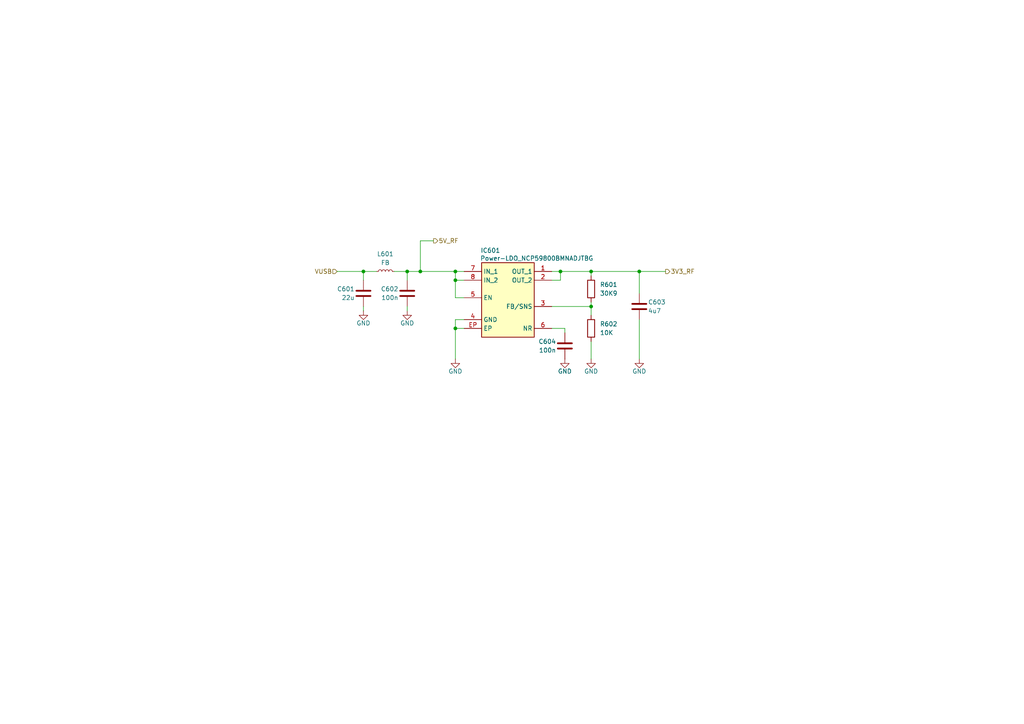
<source format=kicad_sch>
(kicad_sch (version 20231120) (generator "eeschema") (generator_version "8.0")
  (paper "A4")
  (title_block (title "RFE") (date "2024-06-01") (rev "A1") (company "LibreCellular Project - https://librecellular.org/") (comment 1 "Drawn: OK") (comment 2 "Checked: x"))
  (lib_symbols
    (symbol "Device:C" (pin_numbers hide) (pin_names (offset 0.254))
      (property "Reference" "C" (at 0.635 2.54 0))
      (property "Value" "C" (at 0.635 -2.54 0))
      (symbol "C_0_1"
        (polyline (pts (xy -2.032 -0.762) (xy 2.032 -0.762)) (stroke (width 0.508)))
        (polyline (pts (xy -2.032 0.762) (xy 2.032 0.762)) (stroke (width 0.508)))
      )
      (symbol "C_1_1"
        (pin passive line (at 0 3.81 270) (length 2.794) (name "~") (number "1"))
        (pin passive line (at 0 -3.81 90) (length 2.794) (name "~") (number "2"))
      )
    )
    (symbol "Device:L_Small" (pin_numbers hide) (pin_names (offset 0.254) hide)
      (property "Reference" "L" (at 0.762 1.016 0))
      (property "Value" "L_Small" (at 0.762 -1.016 0))
      (symbol "L_Small_0_1"
        (arc (start 0 -2.032) (mid 0.5058 -1.524) (end 0 -1.016))
        (arc (start 0 -1.016) (mid 0.5058 -0.508) (end 0 0))
        (arc (start 0 0) (mid 0.5058 0.508) (end 0 1.016))
        (arc (start 0 1.016) (mid 0.5058 1.524) (end 0 2.032))
      )
      (symbol "L_Small_1_1"
        (pin passive line (at 0 2.54 270) (length 0.508) (name "~") (number "1"))
        (pin passive line (at 0 -2.54 90) (length 0.508) (name "~") (number "2"))
      )
    )
    (symbol "Device:R" (pin_numbers hide) (pin_names (offset 0))
      (property "Reference" "R" (at 2.032 0 90))
      (property "Value" "R" (at 0 0 90))
      (symbol "R_0_1"
        (rectangle (start -1.016 -2.54) (end 1.016 2.54) (stroke (width 0.254)))
      )
      (symbol "R_1_1"
        (pin passive line (at 0 3.81 270) (length 1.27) (name "~") (number "1"))
        (pin passive line (at 0 -3.81 90) (length 1.27) (name "~") (number "2"))
      )
    )
    (symbol "LC_RFE:Power-LDO_NCP59800BMNADJTBG"
      (property "Reference" "IC" (at -7.874 13.208 0))
      (property "Value" "Power-LDO_NCP59800BMNADJTBG" (at 0 -10.922 0))
      (symbol "Power-LDO_NCP59800BMNADJTBG_1_1"
        (rectangle (start -7.62 11.43) (end 7.62 -10.16) (stroke (width 0.254)) (fill (type background)))
        (pin passive line (at 12.7 8.89 180) (length 5.08) (name "OUT_1") (number "1"))
        (pin passive line (at 12.7 6.35 180) (length 5.08) (name "OUT_2") (number "2"))
        (pin passive line (at 12.7 -1.27 180) (length 5.08) (name "FB/SNS") (number "3"))
        (pin passive line (at -12.7 -5.08 0) (length 5.08) (name "GND") (number "4"))
        (pin passive line (at -12.7 1.27 0) (length 5.08) (name "EN") (number "5"))
        (pin passive line (at 12.7 -7.62 180) (length 5.08) (name "NR") (number "6"))
        (pin passive line (at -12.7 8.89 0) (length 5.08) (name "IN_1") (number "7"))
        (pin passive line (at -12.7 6.35 0) (length 5.08) (name "IN_2") (number "8"))
        (pin passive line (at -12.7 -7.62 0) (length 5.08) (name "EP") (number "EP"))
      )
    )
    (symbol "power:GND" (power) (pin_numbers hide) (pin_names (offset 0) hide)
      (property "Value" "GND" (at 0 -3.81 0))
      (symbol "GND_0_1"
        (polyline (pts (xy 0 0) (xy 0 -1.27) (xy 1.27 -1.27) (xy 0 -2.54) (xy -1.27 -1.27) (xy 0 -1.27)))
      )
      (symbol "GND_1_1"
        (pin power_in line (at 0 0 270) (length 0) (name "~") (number "1"))
      )
    )
  )
  (junction (at 171.45 88.9))
  (junction (at 171.45 78.74))
  (junction (at 132.08 95.25))
  (junction (at 105.41 78.74))
  (junction (at 132.08 78.74))
  (junction (at 162.56 78.74))
  (junction (at 118.11 78.74))
  (junction (at 121.92 78.74))
  (junction (at 185.42 78.74))
  (junction (at 132.08 81.28))
  (wire (pts (xy 185.42 104.14) (xy 185.42 92.71)))
  (wire (pts (xy 160.02 88.9) (xy 171.45 88.9)))
  (wire (pts (xy 97.79 78.74) (xy 105.41 78.74)))
  (wire (pts (xy 121.92 69.85) (xy 121.92 78.74)))
  (wire (pts (xy 134.62 86.36) (xy 132.08 86.36)))
  (wire (pts (xy 171.45 88.9) (xy 171.45 87.63)))
  (wire (pts (xy 171.45 91.44) (xy 171.45 88.9)))
  (wire (pts (xy 114.3 78.74) (xy 118.11 78.74)))
  (wire (pts (xy 118.11 78.74) (xy 118.11 81.28)))
  (wire (pts (xy 132.08 95.25) (xy 134.62 95.25)))
  (wire (pts (xy 185.42 78.74) (xy 185.42 85.09)))
  (wire (pts (xy 105.41 78.74) (xy 105.41 81.28)))
  (wire (pts (xy 162.56 78.74) (xy 162.56 81.28)))
  (wire (pts (xy 163.83 95.25) (xy 163.83 96.52)))
  (wire (pts (xy 171.45 104.14) (xy 171.45 99.06)))
  (wire (pts (xy 105.41 90.17) (xy 105.41 88.9)))
  (wire (pts (xy 125.73 69.85) (xy 121.92 69.85)))
  (wire (pts (xy 132.08 92.71) (xy 132.08 95.25)))
  (wire (pts (xy 171.45 78.74) (xy 171.45 80.01)))
  (wire (pts (xy 160.02 78.74) (xy 162.56 78.74)))
  (wire (pts (xy 121.92 78.74) (xy 118.11 78.74)))
  (wire (pts (xy 162.56 78.74) (xy 171.45 78.74)))
  (wire (pts (xy 132.08 86.36) (xy 132.08 81.28)))
  (wire (pts (xy 171.45 78.74) (xy 185.42 78.74)))
  (wire (pts (xy 121.92 78.74) (xy 132.08 78.74)))
  (wire (pts (xy 132.08 78.74) (xy 134.62 78.74)))
  (wire (pts (xy 132.08 95.25) (xy 132.08 104.14)))
  (wire (pts (xy 134.62 81.28) (xy 132.08 81.28)))
  (wire (pts (xy 134.62 92.71) (xy 132.08 92.71)))
  (wire (pts (xy 132.08 81.28) (xy 132.08 78.74)))
  (wire (pts (xy 105.41 78.74) (xy 109.22 78.74)))
  (wire (pts (xy 185.42 78.74) (xy 193.04 78.74)))
  (wire (pts (xy 118.11 90.17) (xy 118.11 88.9)))
  (wire (pts (xy 160.02 81.28) (xy 162.56 81.28)))
  (wire (pts (xy 160.02 95.25) (xy 163.83 95.25)))
  (hierarchical_label "5V_RF" (shape output) (at 125.73 69.85 0))
  (hierarchical_label "3V3_RF" (shape output) (at 193.04 78.74 0))
  (hierarchical_label "VUSB" (shape input) (at 97.79 78.74 180))
  (symbol (lib_id "Device:C") (at 118.11 85.09 0) (mirror y) (unit 1)
    (property "Reference" "C602" (at 115.57 83.82 0) (effects (justify left)))
    (property "Value" "100n" (at 115.57 86.36 0) (effects (justify left)))
    (property "Footprint" "Capacitor_SMD:C_0402_1005Metric" (effects (hide yes)))
    (property "Description" "Unpolarized capacitor" (effects (hide yes)))
    (property "JLCASSY" "C307331" (effects (hide yes)))
  )
  (symbol (lib_id "LC_RFE:Power-LDO_NCP59800BMNADJTBG") (at 147.32 87.63 0) (unit 1)
    (property "Reference" "IC601" (at 142.24 72.644 0))
    (property "Value" "Power-LDO_NCP59800BMNADJTBG" (at 155.702 74.93 0))
    (property "Footprint" "LC_RFE:DFN-8(3x3)" (effects (hide yes)))
    (property "Datasheet" "https://www.onsemi.com/pub/Collateral/NCP59800-D.PDF" (effects (hide yes)))
    (property "Description" "LDO Voltage Regulators 1A LOW NOISE RF LDO VOLTAGE REGULATOR" (effects (hide yes)))
    (property "Height" "1" (effects (hide yes)))
    (property "Manufacturer_Name" "onsemi" (effects (hide yes)))
    (property "Manufacturer_Part_Number" "NCP59800BMNADJTBG" (effects (hide yes)))
    (property "Mouser Part Number" "863-NCP59800BMNADJTB" (effects (hide yes)))
    (property "Mouser Price/Stock" "https://www.mouser.co.uk/ProductDetail/onsemi/NCP59800BMNADJTBG?qs=8hV9pjh0QhPP3PgIX3Olww%3D%3D" (effects (hide yes)))
    (property "Arrow Part Number" "NCP59800BMNADJTBG" (effects (hide yes)))
    (property "Arrow Price/Stock" "https://www.arrow.com/en/products/ncp59800bmnadjtbg/on-semiconductor?region=nac" (effects (hide yes)))
    (property "JLCASSY" "C464053" (effects (hide yes)))
  )
  (symbol (lib_id "power:GND") (at 132.08 104.14 0) (unit 1)
    (property "Reference" "#PWR0603" (effects (hide yes)))
    (property "Value" "GND" (at 132.08 107.696 0))
    (property "Description" "Power symbol creates a global label with name \"GND\" , ground" (effects (hide yes)))
  )
  (symbol (lib_id "Device:C") (at 163.83 100.33 0) (mirror y) (unit 1)
    (property "Reference" "C604" (at 161.29 99.06 0) (effects (justify left)))
    (property "Value" "100n" (at 161.29 101.6 0) (effects (justify left)))
    (property "Footprint" "Capacitor_SMD:C_0402_1005Metric" (effects (hide yes)))
    (property "Description" "Unpolarized capacitor" (effects (hide yes)))
    (property "JLCASSY" "C307331" (effects (hide yes)))
  )
  (symbol (lib_id "Device:C") (at 105.41 85.09 0) (unit 1)
    (property "Reference" "C601" (at 102.87 83.82 0) (effects (justify right)))
    (property "Value" "22u" (at 102.87 86.36 0) (effects (justify right)))
    (property "Footprint" "Capacitor_SMD:C_1206_3216Metric" (effects (hide yes)))
    (property "Description" "Unpolarized capacitor" (effects (hide yes)))
    (property "JLCASSY" "C478862" (effects (hide yes)))
  )
  (symbol (lib_id "Device:R") (at 171.45 83.82 0) (unit 1)
    (property "Reference" "R601" (at 173.99 82.5499 0) (effects (justify left)))
    (property "Value" "30K9" (at 173.99 85.0899 0) (effects (justify left)))
    (property "Footprint" "Resistor_SMD:R_0402_1005Metric" (effects (hide yes)))
    (property "Description" "Resistor" (effects (hide yes)))
    (property "JLCASSY" "C852715" (effects (hide yes)))
  )
  (symbol (lib_id "Device:R") (at 171.45 95.25 0) (unit 1)
    (property "Reference" "R602" (at 173.99 93.9799 0) (effects (justify left)))
    (property "Value" "10K" (at 173.99 96.5199 0) (effects (justify left)))
    (property "Footprint" "Resistor_SMD:R_0402_1005Metric" (effects (hide yes)))
    (property "Description" "Resistor" (effects (hide yes)))
    (property "JLCASSY" "C2902636" (effects (hide yes)))
  )
  (symbol (lib_id "Device:C") (at 185.42 88.9 0) (unit 1)
    (property "Reference" "C603" (at 187.96 87.63 0) (effects (justify left)))
    (property "Value" "4u7" (at 187.96 90.17 0) (effects (justify left)))
    (property "Footprint" "Capacitor_SMD:C_0402_1005Metric" (effects (hide yes)))
    (property "Description" "Unpolarized capacitor" (effects (hide yes)))
    (property "JLCASSY" "C23733" (effects (hide yes)))
  )
  (symbol (lib_id "power:GND") (at 171.45 104.14 0) (unit 1)
    (property "Reference" "#PWR0605" (effects (hide yes)))
    (property "Value" "GND" (at 171.45 107.696 0))
    (property "Description" "Power symbol creates a global label with name \"GND\" , ground" (effects (hide yes)))
  )
  (symbol (lib_id "power:GND") (at 163.83 104.14 0) (unit 1)
    (property "Reference" "#PWR0604" (effects (hide yes)))
    (property "Value" "GND" (at 163.83 107.696 0))
    (property "Description" "Power symbol creates a global label with name \"GND\" , ground" (effects (hide yes)))
  )
  (symbol (lib_id "power:GND") (at 185.42 104.14 0) (unit 1)
    (property "Reference" "#PWR0606" (effects (hide yes)))
    (property "Value" "GND" (at 185.42 107.696 0))
    (property "Description" "Power symbol creates a global label with name \"GND\" , ground" (effects (hide yes)))
  )
  (symbol (lib_id "power:GND") (at 105.41 90.17 0) (unit 1)
    (property "Reference" "#PWR0601" (effects (hide yes)))
    (property "Value" "GND" (at 105.41 93.726 0))
    (property "Description" "Power symbol creates a global label with name \"GND\" , ground" (effects (hide yes)))
  )
  (symbol (lib_id "Device:L_Small") (at 111.76 78.74 90) (unit 1)
    (property "Reference" "L601" (at 111.76 73.66 90))
    (property "Value" "FB" (at 111.76 76.2 90))
    (property "Footprint" "Inductor_SMD:L_0402_1005Metric" (effects (hide yes)))
    (property "Description" "Inductor, small symbol" (effects (hide yes)))
    (property "JLCASSY" "C491491" (effects (hide yes)))
  )
  (symbol (lib_id "power:GND") (at 118.11 90.17 0) (unit 1)
    (property "Reference" "#PWR0602" (effects (hide yes)))
    (property "Value" "GND" (at 118.11 93.726 0))
    (property "Description" "Power symbol creates a global label with name \"GND\" , ground" (effects (hide yes)))
  )
)
</source>
